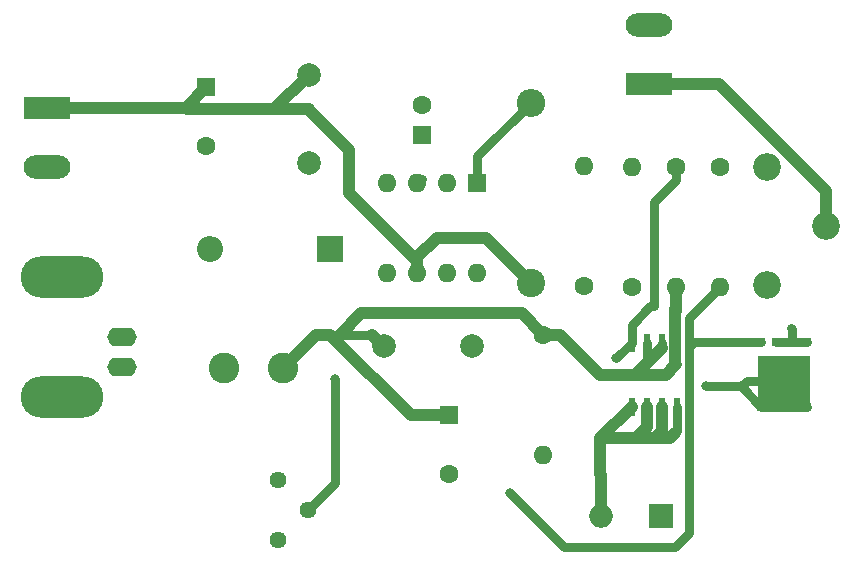
<source format=gbr>
G04 #@! TF.GenerationSoftware,KiCad,Pcbnew,5.0.2-bee76a0~70~ubuntu18.04.1*
G04 #@! TF.CreationDate,2019-07-19T14:17:51+01:00*
G04 #@! TF.ProjectId,led_driver,6c65645f-6472-4697-9665-722e6b696361,rev?*
G04 #@! TF.SameCoordinates,Original*
G04 #@! TF.FileFunction,Copper,L1,Top*
G04 #@! TF.FilePolarity,Positive*
%FSLAX46Y46*%
G04 Gerber Fmt 4.6, Leading zero omitted, Abs format (unit mm)*
G04 Created by KiCad (PCBNEW 5.0.2-bee76a0~70~ubuntu18.04.1) date Fri 19 Jul 2019 14:17:51 BST*
%MOMM*%
%LPD*%
G01*
G04 APERTURE LIST*
G04 #@! TA.AperFunction,ComponentPad*
%ADD10R,1.600000X1.600000*%
G04 #@! TD*
G04 #@! TA.AperFunction,ComponentPad*
%ADD11C,1.600000*%
G04 #@! TD*
G04 #@! TA.AperFunction,ComponentPad*
%ADD12C,2.000000*%
G04 #@! TD*
G04 #@! TA.AperFunction,ComponentPad*
%ADD13R,2.200000X2.200000*%
G04 #@! TD*
G04 #@! TA.AperFunction,ComponentPad*
%ADD14O,2.200000X2.200000*%
G04 #@! TD*
G04 #@! TA.AperFunction,ComponentPad*
%ADD15O,3.960000X1.980000*%
G04 #@! TD*
G04 #@! TA.AperFunction,ComponentPad*
%ADD16R,3.960000X1.980000*%
G04 #@! TD*
G04 #@! TA.AperFunction,ComponentPad*
%ADD17O,7.000000X3.500000*%
G04 #@! TD*
G04 #@! TA.AperFunction,ComponentPad*
%ADD18O,2.500000X1.600000*%
G04 #@! TD*
G04 #@! TA.AperFunction,SMDPad,CuDef*
%ADD19R,0.700000X0.800000*%
G04 #@! TD*
G04 #@! TA.AperFunction,SMDPad,CuDef*
%ADD20R,4.500000X4.290000*%
G04 #@! TD*
G04 #@! TA.AperFunction,SMDPad,CuDef*
%ADD21R,0.600000X1.550000*%
G04 #@! TD*
G04 #@! TA.AperFunction,ComponentPad*
%ADD22O,1.600000X1.600000*%
G04 #@! TD*
G04 #@! TA.AperFunction,ComponentPad*
%ADD23C,2.340000*%
G04 #@! TD*
G04 #@! TA.AperFunction,ComponentPad*
%ADD24C,2.600000*%
G04 #@! TD*
G04 #@! TA.AperFunction,ComponentPad*
%ADD25C,2.400000*%
G04 #@! TD*
G04 #@! TA.AperFunction,ComponentPad*
%ADD26O,2.400000X2.400000*%
G04 #@! TD*
G04 #@! TA.AperFunction,ComponentPad*
%ADD27R,2.000000X2.000000*%
G04 #@! TD*
G04 #@! TA.AperFunction,ComponentPad*
%ADD28O,2.000000X2.000000*%
G04 #@! TD*
G04 #@! TA.AperFunction,ComponentPad*
%ADD29C,1.440000*%
G04 #@! TD*
G04 #@! TA.AperFunction,ViaPad*
%ADD30C,0.800000*%
G04 #@! TD*
G04 #@! TA.AperFunction,Conductor*
%ADD31C,0.750000*%
G04 #@! TD*
G04 #@! TA.AperFunction,Conductor*
%ADD32C,1.000000*%
G04 #@! TD*
G04 APERTURE END LIST*
D10*
G04 #@! TO.P,C1,1*
G04 #@! TO.N,Net-(C1-Pad1)*
X124714000Y-67296800D03*
D11*
G04 #@! TO.P,C1,2*
G04 #@! TO.N,GND*
X124714000Y-64796800D03*
G04 #@! TD*
D10*
G04 #@! TO.P,C2,1*
G04 #@! TO.N,Net-(C2-Pad1)*
X127000000Y-91000000D03*
D11*
G04 #@! TO.P,C2,2*
G04 #@! TO.N,GND*
X127000000Y-96000000D03*
G04 #@! TD*
D12*
G04 #@! TO.P,C3,1*
G04 #@! TO.N,GND*
X129000000Y-85200000D03*
G04 #@! TO.P,C3,2*
G04 #@! TO.N,Net-(C2-Pad1)*
X121500000Y-85200000D03*
G04 #@! TD*
D11*
G04 #@! TO.P,C4,2*
G04 #@! TO.N,GND*
X106500000Y-68250000D03*
D10*
G04 #@! TO.P,C4,1*
G04 #@! TO.N,VDD*
X106500000Y-63250000D03*
G04 #@! TD*
D12*
G04 #@! TO.P,C5,2*
G04 #@! TO.N,GND*
X115163600Y-69700000D03*
G04 #@! TO.P,C5,1*
G04 #@! TO.N,VDD*
X115163600Y-62200000D03*
G04 #@! TD*
D13*
G04 #@! TO.P,D1,1*
G04 #@! TO.N,Net-(D1-Pad1)*
X117000000Y-77000000D03*
D14*
G04 #@! TO.P,D1,2*
G04 #@! TO.N,GND*
X106840000Y-77000000D03*
G04 #@! TD*
D15*
G04 #@! TO.P,J1,2*
G04 #@! TO.N,GND*
X93000000Y-70000000D03*
D16*
G04 #@! TO.P,J1,1*
G04 #@! TO.N,VDD*
X93000000Y-65000000D03*
G04 #@! TD*
G04 #@! TO.P,J2,1*
G04 #@! TO.N,Net-(J2-Pad1)*
X144000000Y-63000000D03*
D15*
G04 #@! TO.P,J2,2*
G04 #@! TO.N,GND*
X144000000Y-58000000D03*
G04 #@! TD*
D17*
G04 #@! TO.P,J3,2*
G04 #@! TO.N,GND*
X94259400Y-89484200D03*
X94259400Y-79324200D03*
D18*
G04 #@! TO.P,J3,1*
G04 #@! TO.N,Net-(J3-Pad1)*
X99339400Y-84404200D03*
G04 #@! TO.P,J3,2*
G04 #@! TO.N,GND*
X99339400Y-86944200D03*
G04 #@! TD*
D19*
G04 #@! TO.P,Q1,1*
G04 #@! TO.N,GND*
X157310000Y-84850000D03*
G04 #@! TO.P,Q1,2*
X156040000Y-84850000D03*
G04 #@! TO.P,Q1,3*
X154760000Y-84850000D03*
G04 #@! TO.P,Q1,4*
G04 #@! TO.N,Net-(J3-Pad1)*
X153490000Y-84850000D03*
G04 #@! TO.P,Q1,5*
G04 #@! TO.N,Net-(Q1-Pad5)*
X153490000Y-90350000D03*
X154760000Y-90350000D03*
X156040000Y-90350000D03*
X157310000Y-90350000D03*
D20*
X155400000Y-88100000D03*
G04 #@! TD*
D21*
G04 #@! TO.P,Q2,1*
G04 #@! TO.N,Net-(C2-Pad1)*
X146305000Y-84900000D03*
G04 #@! TO.P,Q2,2*
X145035000Y-84900000D03*
G04 #@! TO.P,Q2,3*
X143765000Y-84900000D03*
G04 #@! TO.P,Q2,4*
G04 #@! TO.N,Net-(Q1-Pad5)*
X142495000Y-84900000D03*
G04 #@! TO.P,Q2,5*
G04 #@! TO.N,Net-(Q2-Pad5)*
X142495000Y-90300000D03*
G04 #@! TO.P,Q2,6*
X143765000Y-90300000D03*
G04 #@! TO.P,Q2,7*
X145035000Y-90300000D03*
G04 #@! TO.P,Q2,8*
X146305000Y-90300000D03*
G04 #@! TD*
D11*
G04 #@! TO.P,R1,1*
G04 #@! TO.N,Net-(R1-Pad1)*
X138500000Y-80098400D03*
D22*
G04 #@! TO.P,R1,2*
G04 #@! TO.N,GND*
X138500000Y-69938400D03*
G04 #@! TD*
G04 #@! TO.P,R3,2*
G04 #@! TO.N,Net-(R3-Pad2)*
X135000000Y-94360000D03*
D11*
G04 #@! TO.P,R3,1*
G04 #@! TO.N,Net-(C2-Pad1)*
X135000000Y-84200000D03*
G04 #@! TD*
G04 #@! TO.P,R4,1*
G04 #@! TO.N,Net-(Q1-Pad5)*
X146250000Y-70000000D03*
D22*
G04 #@! TO.P,R4,2*
G04 #@! TO.N,Net-(C2-Pad1)*
X146250000Y-80160000D03*
G04 #@! TD*
D11*
G04 #@! TO.P,R5,1*
G04 #@! TO.N,GND*
X150000000Y-70000000D03*
D22*
G04 #@! TO.P,R5,2*
G04 #@! TO.N,Net-(J3-Pad1)*
X150000000Y-80160000D03*
G04 #@! TD*
G04 #@! TO.P,R6,2*
G04 #@! TO.N,GND*
X142500000Y-70000000D03*
D11*
G04 #@! TO.P,R6,1*
G04 #@! TO.N,Net-(Q2-Pad5)*
X142500000Y-80160000D03*
G04 #@! TD*
D23*
G04 #@! TO.P,RV2,3*
G04 #@! TO.N,Net-(R7-Pad1)*
X154000000Y-80000000D03*
G04 #@! TO.P,RV2,2*
G04 #@! TO.N,Net-(J2-Pad1)*
X159000000Y-75000000D03*
G04 #@! TO.P,RV2,1*
G04 #@! TO.N,N/C*
X154000000Y-70000000D03*
G04 #@! TD*
D10*
G04 #@! TO.P,U1,1*
G04 #@! TO.N,Net-(R2-Pad2)*
X129438400Y-71360800D03*
D22*
G04 #@! TO.P,U1,5*
G04 #@! TO.N,Net-(RV1-Pad2)*
X121818400Y-78980800D03*
G04 #@! TO.P,U1,2*
G04 #@! TO.N,Net-(D1-Pad1)*
X126898400Y-71360800D03*
G04 #@! TO.P,U1,6*
G04 #@! TO.N,VDD*
X124358400Y-78980800D03*
G04 #@! TO.P,U1,3*
G04 #@! TO.N,Net-(C1-Pad1)*
X124358400Y-71360800D03*
G04 #@! TO.P,U1,7*
G04 #@! TO.N,Net-(R2-Pad2)*
X126898400Y-78980800D03*
G04 #@! TO.P,U1,4*
G04 #@! TO.N,GND*
X121818400Y-71360800D03*
G04 #@! TO.P,U1,8*
G04 #@! TO.N,Net-(R2-Pad2)*
X129438400Y-78980800D03*
G04 #@! TD*
D24*
G04 #@! TO.P,L1,1*
G04 #@! TO.N,Net-(D1-Pad1)*
X108000000Y-87000000D03*
G04 #@! TO.P,L1,2*
G04 #@! TO.N,Net-(C2-Pad1)*
X113000000Y-87000000D03*
G04 #@! TD*
D25*
G04 #@! TO.P,R2,1*
G04 #@! TO.N,VDD*
X133959600Y-79800000D03*
D26*
G04 #@! TO.P,R2,2*
G04 #@! TO.N,Net-(R2-Pad2)*
X133959600Y-64560000D03*
G04 #@! TD*
D27*
G04 #@! TO.P,R7,1*
G04 #@! TO.N,Net-(R7-Pad1)*
X145000000Y-99600000D03*
D28*
G04 #@! TO.P,R7,2*
G04 #@! TO.N,Net-(Q2-Pad5)*
X139920000Y-99600000D03*
G04 #@! TD*
D29*
G04 #@! TO.P,RV1,3*
G04 #@! TO.N,Net-(R3-Pad2)*
X112600000Y-96520000D03*
G04 #@! TO.P,RV1,2*
G04 #@! TO.N,Net-(RV1-Pad2)*
X115140000Y-99060000D03*
G04 #@! TO.P,RV1,1*
G04 #@! TO.N,Net-(R1-Pad1)*
X112600000Y-101600000D03*
G04 #@! TD*
D30*
G04 #@! TO.N,GND*
X156040000Y-83700000D03*
G04 #@! TO.N,Net-(Q1-Pad5)*
X148800000Y-88600000D03*
X141200000Y-86200000D03*
G04 #@! TO.N,Net-(Q2-Pad5)*
X139840000Y-92955000D03*
G04 #@! TO.N,Net-(J3-Pad1)*
X132200000Y-97600000D03*
G04 #@! TO.N,Net-(RV1-Pad2)*
X117400000Y-88000000D03*
G04 #@! TD*
D31*
G04 #@! TO.N,GND*
X154760000Y-84850000D02*
X157310000Y-84850000D01*
X156040000Y-84850000D02*
X156040000Y-83700000D01*
X156000000Y-83660000D02*
X156040000Y-83700000D01*
D32*
G04 #@! TO.N,Net-(J2-Pad1)*
X146980000Y-63000000D02*
X144000000Y-63000000D01*
X149915602Y-63000000D02*
X146980000Y-63000000D01*
X159000000Y-72084398D02*
X149915602Y-63000000D01*
X159000000Y-75000000D02*
X159000000Y-72084398D01*
D31*
G04 #@! TO.N,Net-(Q1-Pad5)*
X146250000Y-71131370D02*
X144400000Y-72981370D01*
X146250000Y-70000000D02*
X146250000Y-71131370D01*
X144400000Y-72981370D02*
X144400000Y-81800000D01*
X142495000Y-83375000D02*
X142495000Y-84900000D01*
X144070000Y-81800000D02*
X142495000Y-83375000D01*
X144400000Y-81800000D02*
X144070000Y-81800000D01*
X141200000Y-86195000D02*
X142495000Y-84900000D01*
X141200000Y-86200000D02*
X141200000Y-86195000D01*
X154900000Y-88600000D02*
X155400000Y-88100000D01*
X151740000Y-88600000D02*
X153490000Y-90350000D01*
X153490000Y-90350000D02*
X157310000Y-90350000D01*
X152240000Y-88100000D02*
X155400000Y-88100000D01*
X151740000Y-88600000D02*
X152240000Y-88100000D01*
X151740000Y-88600000D02*
X148800000Y-88600000D01*
G04 #@! TO.N,Net-(Q2-Pad5)*
X146305000Y-92405000D02*
X146305000Y-90300000D01*
D32*
X139840000Y-92955000D02*
X142845000Y-92955000D01*
X142845000Y-92955000D02*
X143765000Y-92035000D01*
X143765000Y-92035000D02*
X143765000Y-90300000D01*
X142845000Y-92955000D02*
X144445000Y-92955000D01*
X145035000Y-92365000D02*
X145035000Y-90300000D01*
X144445000Y-92955000D02*
X145035000Y-92365000D01*
X145755000Y-92955000D02*
X146000000Y-92710000D01*
X144445000Y-92955000D02*
X145755000Y-92955000D01*
X146000000Y-92710000D02*
X146180000Y-92530000D01*
D31*
X146180000Y-92530000D02*
X146305000Y-92405000D01*
D32*
X142495000Y-90300000D02*
X139840000Y-92955000D01*
X139840000Y-92955000D02*
X139840000Y-96000000D01*
X139920000Y-96080000D02*
X139920000Y-99600000D01*
X139840000Y-96000000D02*
X139920000Y-96080000D01*
D31*
G04 #@! TO.N,Net-(C1-Pad1)*
X124714000Y-71005200D02*
X124358400Y-71360800D01*
G04 #@! TO.N,Net-(C2-Pad1)*
X120500001Y-84200001D02*
X121500000Y-85200000D01*
X116600000Y-84200000D02*
X120500001Y-84200001D01*
X116600000Y-84200000D02*
X117800000Y-84200000D01*
X143765000Y-86425000D02*
X143765000Y-84900000D01*
X142590000Y-87600000D02*
X143765000Y-86425000D01*
X145035000Y-85375000D02*
X145035000Y-84900000D01*
X142590000Y-87600000D02*
X142810000Y-87600000D01*
X142590000Y-87600000D02*
X145400000Y-87600000D01*
D32*
X120500000Y-84200000D02*
X121500000Y-85200000D01*
X117800000Y-84200000D02*
X119600000Y-82400000D01*
X133200000Y-82400000D02*
X135000000Y-84200000D01*
X119600000Y-82400000D02*
X133200000Y-82400000D01*
X117000000Y-84200000D02*
X123800000Y-91000000D01*
X116600000Y-84200000D02*
X117000000Y-84200000D01*
X123800000Y-91000000D02*
X127000000Y-91000000D01*
X136400000Y-84200000D02*
X139800000Y-87600000D01*
X135000000Y-84200000D02*
X136400000Y-84200000D01*
D31*
X139800000Y-87600000D02*
X142590000Y-87600000D01*
D32*
X142810000Y-87600000D02*
X145035000Y-85375000D01*
X139800000Y-87600000D02*
X142810000Y-87600000D01*
X145400000Y-87600000D02*
X146180000Y-86820000D01*
X142810000Y-87600000D02*
X145400000Y-87600000D01*
D31*
X146180000Y-86820000D02*
X146305000Y-86695000D01*
D32*
X146250000Y-80160000D02*
X146250000Y-82248285D01*
X146250000Y-82000000D02*
X146250000Y-82248285D01*
D31*
X146250000Y-80160000D02*
X146250000Y-82000000D01*
D32*
X146180000Y-82070000D02*
X146250000Y-82000000D01*
X146180000Y-86820000D02*
X146180000Y-82070000D01*
X115800000Y-84200000D02*
X116600000Y-84200000D01*
X113000000Y-87000000D02*
X115800000Y-84200000D01*
G04 #@! TO.N,VDD*
X104750000Y-65000000D02*
X106500000Y-63250000D01*
X93000000Y-65000000D02*
X104750000Y-65000000D01*
X104750000Y-65000000D02*
X104862400Y-65112400D01*
X112251200Y-65112400D02*
X115163600Y-62200000D01*
X111600000Y-65112400D02*
X112251200Y-65112400D01*
X104862400Y-65112400D02*
X111600000Y-65112400D01*
X124358400Y-77849430D02*
X124358400Y-78980800D01*
X124308970Y-77800000D02*
X124358400Y-77849430D01*
X111600000Y-65112400D02*
X115163600Y-65112400D01*
X118600000Y-72200000D02*
X124200000Y-77800000D01*
X115163600Y-65112400D02*
X115163600Y-65163600D01*
X115163600Y-65163600D02*
X118600000Y-68600000D01*
X118600000Y-68600000D02*
X118600000Y-72200000D01*
X124200000Y-77800000D02*
X124308970Y-77800000D01*
X124358400Y-78980800D02*
X124358400Y-77641600D01*
X124358400Y-77641600D02*
X126000000Y-76000000D01*
X126000000Y-76000000D02*
X130159600Y-76000000D01*
X130159600Y-76000000D02*
X133959600Y-79800000D01*
D31*
G04 #@! TO.N,Net-(J3-Pad1)*
X99339400Y-84404200D02*
X99595800Y-84404200D01*
X147790000Y-84850000D02*
X148890000Y-84850000D01*
X147355010Y-85284990D02*
X147790000Y-84850000D01*
X147355010Y-82804990D02*
X150000000Y-80160000D01*
X147355010Y-85284990D02*
X147355010Y-82804990D01*
X148890000Y-84850000D02*
X153490000Y-84850000D01*
X147355010Y-101044990D02*
X146200000Y-102200000D01*
X147355010Y-85284990D02*
X147355010Y-101044990D01*
X132200000Y-97600000D02*
X136800000Y-102200000D01*
X136800000Y-102200000D02*
X146200000Y-102200000D01*
G04 #@! TO.N,Net-(R2-Pad2)*
X129438400Y-69081200D02*
X133959600Y-64560000D01*
X129438400Y-71360800D02*
X129438400Y-69081200D01*
G04 #@! TO.N,Net-(RV1-Pad2)*
X117400000Y-96800000D02*
X115140000Y-99060000D01*
X117400000Y-88000000D02*
X117400000Y-96800000D01*
G04 #@! TD*
M02*

</source>
